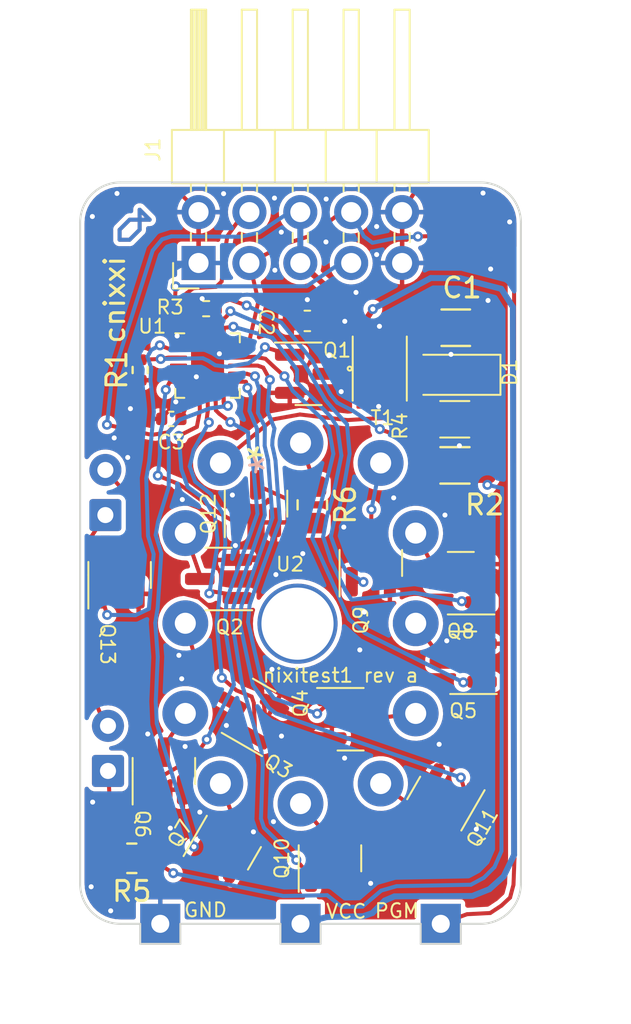
<source format=kicad_pcb>
(kicad_pcb (version 20211014) (generator pcbnew)
  (layers (0 "F.Cu" signal) (31 "B.Cu" signal) (34 "B.Paste" user) (35 "F.Paste" user) (36 "B.SilkS" user "B.Silkscreen") (37 "F.SilkS" user "F.Silkscreen") (38 "B.Mask" user) (39 "F.Mask" user) (44 "Edge.Cuts" user))
  (net 0 "")
  (net 1 "GND")
  (net 2 "Net-(D1-Pad2)")
  (net 3 "HVCTL")
  (net 4 "Net-(Q1-Pad3)")
  (net 5 "DIG_0")
  (net 6 "CATH0")
  (net 7 "DIG_1")
  (net 8 "CATH1")
  (net 9 "DIG_6")
  (net 10 "CATH6")
  (net 11 "DIG_7")
  (net 12 "CATH7")
  (net 13 "DIG_2")
  (net 14 "CATH2")
  (net 15 "DIG_3")
  (net 16 "CATH3")
  (net 17 "DIG_8")
  (net 18 "CATH8")
  (net 19 "DIG_9")
  (net 20 "CATH9")
  (net 21 "DIG_4")
  (net 22 "CATH4")
  (net 23 "DIG_5")
  (net 24 "CATH5")
  (net 25 "DIG_DOT")
  (net 26 "CATHDOT")
  (net 27 "DIG_AUX")
  (net 28 "CATHAUX")
  (net 29 "HVVMON")
  (net 30 "ANODE")
  (net 31 "HV")
  (net 32 "Net-(NE1-Pad1)")
  (net 33 "+5V")
  (net 34 "PGM")
  (net 35 "URX")
  (net 36 "UTX")
  (net 37 "Net-(NE2-Pad1)")
  (net 38 "Net-(Q12-Pad3)")
  (footprint "Package_TO_SOT_SMD:SOT-23" (layer "F.Cu") (at 98.12 81.97 180)
    (fp_text reference "Q5")
    (fp_text value "HVN")
  )
  (footprint "Package_TO_SOT_SMD:SOT-23" (layer "F.Cu") (at 93.51 76.99 90)
    (fp_text reference "Q9")
    (fp_text value "HVN")
  )
  (footprint "Package_TO_SOT_SMD:SOT-23" (layer "F.Cu") (at 87.78 74.03 90)
    (fp_text reference "Q12")
    (fp_text value "HVN")
  )
  (footprint "Package_TO_SOT_SMD:SOT-23" (layer "F.Cu") (at 80.97 77.59 90)
    (fp_text reference "Q13")
    (fp_text value "HVN")
  )
  (footprint "Package_TO_SOT_SMD:SOT-23" (layer "F.Cu") (at 83.18 87.37 90)
    (fp_text reference "Q6")
    (fp_text value "HVN")
  )
  (footprint "Flyback-ATB3225:Flyback-ATB3225" (layer "F.Cu") (at 93.955 67.29 -90)
    (fp_text reference "T1")
    (fp_text value "Flyback-ATB3225")
  )
  (footprint "Package_DFN_QFN:QFN-20-1EP_3x3mm_P0.4mm_EP1.65x1.65mm" (layer "F.Cu") (at 85.359999 67.14)
    (fp_text reference "U1")
    (fp_text value "CH32V003F4U6")
  )
  (footprint "Capacitor_SMD:C_1206_3216Metric" (layer "F.Cu") (at 97.75 65.25 180)
    (fp_text reference "C1")
    (fp_text value "220nF 250V")
  )
  (footprint "Package_TO_SOT_SMD:SOT-23" (layer "F.Cu") (at 92.5 84.79)
    (fp_text reference "Q4")
    (fp_text value "HVN")
  )
  (footprint "Resistor_SMD:R_0402_1005Metric" (layer "F.Cu") (at 82 67.36 90)
    (fp_text reference "R1")
    (fp_text value "10k")
  )
  (footprint "Package_TO_SOT_SMD:SOT-23" (layer "F.Cu") (at 85.91 77.79 180)
    (fp_text reference "Q2")
    (fp_text value "HVN")
  )
  (footprint "Package_TO_SOT_SMD:SOT-23" (layer "F.Cu") (at 90.4 67.55)
    (fp_text reference "Q1")
    (fp_text value "60V 3A")
  )
  (footprint "Resistor_SMD:R_0402_1005Metric" (layer "F.Cu") (at 85.29 64.3)
    (fp_text reference "R3")
    (fp_text value "10k")
  )
  (footprint "Resistor_SMD:R_0805_2012Metric" (layer "F.Cu") (at 90.59 74.09 -90)
    (fp_text reference "R6")
    (fp_text value "68kΩ 125mW")
  )
  (footprint "rawpad22:rawpad22" (layer "F.Cu") (at 90 95)
    (fp_text reference "J3" hide)
    (fp_text value "~" hide)
  )
  (footprint "Resistor_SMD:R_1206_3216Metric" (layer "F.Cu") (at 97.71 72.12)
    (fp_text reference "R2")
    (fp_text value "1M")
  )
  (footprint "neonglow:neonglow" (layer "F.Cu") (at 80.39 86.27 90)
    (fp_text reference "NE1" hide)
    (fp_text value "Lamp_Neon")
  )
  (footprint "Package_TO_SOT_SMD:SOT-23" (layer "F.Cu") (at 91.47 91.73 90)
    (fp_text reference "Q10")
    (fp_text value "HVN")
  )
  (footprint "Package_TO_SOT_SMD:SOT-23" (layer "F.Cu") (at 97 89 -120)
    (fp_text reference "Q11")
    (fp_text value "HVN")
  )
  (footprint "IN12-NIXIE:IN12-NIXIE" (layer "F.Cu") (at 90 80)
    (fp_text reference "U2")
    (fp_text value "IN12-NIXIETUBE")
  )
  (footprint "neonglow:neonglow" (layer "F.Cu") (at 80.26 73.5 90)
    (fp_text reference "NE2" hide)
    (fp_text value "Lamp_Neon")
  )
  (footprint "rawpad22:rawpad22" (layer "F.Cu") (at 97 95)
    (fp_text reference "J4" hide)
    (fp_text value "~" hide)
  )
  (footprint "rawpad22:rawpad22" (layer "F.Cu") (at 83 95)
    (fp_text reference "J2" hide)
    (fp_text value "~" hide)
  )
  (footprint "Connector_PinHeader_2.54mm:PinHeader_2x05_P2.54mm_Horizontal" (layer "F.Cu") (at 84.91 62.02 90)
    (fp_text reference "J1")
    (fp_text value "MSYS")
  )
  (footprint "Resistor_SMD:R_0805_2012Metric" (layer "F.Cu") (at 81.58 91.73 180)
    (fp_text reference "R5")
    (fp_text value "68kΩ 125mW")
  )
  (footprint "Capacitor_SMD:C_0603_1608Metric" (layer "F.Cu") (at 90.34 64.91 180)
    (fp_text reference "C2")
    (fp_text value "10uF 25V")
  )
  (footprint "Package_TO_SOT_SMD:SOT-23" (layer "F.Cu") (at 98 78 180)
    (fp_text reference "Q8")
    (fp_text value "HVN")
  )
  (footprint "Package_TO_SOT_SMD:SOT-23" (layer "F.Cu") (at 86.35 90.95 60)
    (fp_text reference "Q7")
    (fp_text value "HVN")
  )
  (footprint "Package_TO_SOT_SMD:SOT-23" (layer "F.Cu") (at 87.41 84.44 150)
    (fp_text reference "Q3")
    (fp_text value "HVN")
  )
  (footprint "Resistor_SMD:R_1206_3216Metric" (layer "F.Cu") (at 97.7 69.82 180)
    (fp_text reference "R4")
    (fp_text value "15kΩ 1206 1% 250mW")
  )
  (footprint "Diode_SMD:D_SOD-123F" (layer "F.Cu") (at 97.78 67.6 180)
    (fp_text reference "D1")
    (fp_text value "35ns 1A 400V" hide)
  )
  (footprint "Capacitor_SMD:C_0402_1005Metric" (layer "F.Cu") (at 83.55 69.8 180)
    (fp_text reference "C3")
    (fp_text value "100n")
  )
  (gr_line (start 84 95) (end 89 95) (layer "Edge.Cuts") (width 0.1))
  (gr_line (start 79 60) (end 79 93) (layer "Edge.Cuts") (width 0.1))
  (gr_line (start 96 96) (end 98 96) (layer "Edge.Cuts") (width 0.1))
  (gr_line (start 89 96) (end 91 96) (layer "Edge.Cuts") (width 0.1))
  (gr_arc (start 101 93) (mid 100.414214 94.414214) (end 99 95) (layer "Edge.Cuts") (width 0.1))
  (gr_line (start 82 95) (end 82 96) (layer "Edge.Cuts") (width 0.1))
  (gr_line (start 91 95) (end 96 95) (layer "Edge.Cuts") (width 0.1))
  (gr_line (start 101 93) (end 101 60) (layer "Edge.Cuts") (width 0.1))
  (gr_line (start 98 96) (end 98 95) (layer "Edge.Cuts") (width 0.1))
  (gr_line (start 91 96) (end 91 95) (layer "Edge.Cuts") (width 0.1))
  (gr_arc (start 81 95) (mid 79.585786 94.414214) (end 79 93) (layer "Edge.Cuts") (width 0.1))
  (gr_line (start 98 95) (end 99 95) (layer "Edge.Cuts") (width 0.1))
  (gr_line (start 81 95) (end 82 95) (layer "Edge.Cuts") (width 0.1))
  (gr_line (start 96 95) (end 96 96) (layer "Edge.Cuts") (width 0.1))
  (gr_line (start 89 95) (end 89 96) (layer "Edge.Cuts") (width 0.1))
  (gr_line (start 81 58) (end 99 58) (layer "Edge.Cuts") (width 0.1))
  (gr_line (start 84 96) (end 84 95) (layer "Edge.Cuts") (width 0.1))
  (gr_arc (start 79 60) (mid 79.585786 58.585786) (end 81 58) (layer "Edge.Cuts") (width 0.1))
  (gr_line (start 82 96) (end 84 96) (layer "Edge.Cuts") (width 0.1))
  (gr_arc (start 99 58) (mid 100.414214 58.585786) (end 101 60) (layer "Edge.Cuts") (width 0.1))
  (gr_text "*" (at 87.42 71.84 -120) (layer "B.SilkS") (effects (font (size 1.5 1.5)) (justify mirror)))
  (gr_text "GND" (at 85.26 94.31) (layer "F.SilkS") (effects (font (size 0.7 0.7) (thickness 0.1))))
  (gr_text "cnixxi" (at 80.72 63.86 90) (layer "F.SilkS") (effects (font (size 1 1))))
  (gr_text "*" (at 88.11 71.34 120) (layer "F.SilkS") (effects (font (size 1.5 1.5))))
  (gr_text "PGM" (at 94.81 94.35) (layer "F.SilkS") (effects (font (size 0.7 0.7) (thickness 0.1))))
  (gr_text "VCC" (at 92.28 94.38) (layer "F.SilkS") (effects (font (size 0.7 0.7) (thickness 0.1))))
  (gr_text "nixitest1 rev a" (at 92 82.6) (layer "F.SilkS") (effects (font (size 0.7 0.7) (thickness 0.1))))
  (segment (start 80.97 60.86) (end 80.97 60.36) (width 0.2) (layer "F.Cu") (net 0))
  (segment (start 81.97 59.36) (end 81.97 60.36) (width 0.2) (layer "F.Cu") (net 0))
  (segment (start 81.97 60.36) (end 81.47 60.86) (width 0.2) (layer "F.Cu") (net 0))
  (segment (start 81.47 59.86) (end 82.47 59.86) (width 0.2) (layer "F.Cu") (net 0))
  (segment (start 80.97 60.36) (end 81.47 59.86) (width 0.2) (layer "F.Cu") (net 0))
  (segment (start 81.47 60.86) (end 80.97 60.86) (width 0.2) (layer "F.Cu") (net 0))
  (segment (start 82.47 59.86) (end 81.97 59.36) (width 0.2) (layer "F.Cu") (net 0))
  (segment (start 80.97 60.36) (end 81.47 59.86) (width 0.2) (layer "B.Cu") (net 0))
  (segment (start 82.47 59.86) (end 81.97 59.36) (width 0.2) (layer "B.Cu") (net 0))
  (segment (start 81.97 59.36) (end 81.97 60.36) (width 0.2) (layer "B.Cu") (net 0))
  (segment (start 81.47 60.86) (end 80.97 60.86) (width 0.2) (layer "B.Cu") (net 0))
  (segment (start 80.97 60.86) (end 80.97 60.36) (width 0.2) (layer "B.Cu") (net 0))
  (segment (start 81.47 59.86) (end 82.47 59.86) (width 0.2) (layer "B.Cu") (net 0))
  (segment (start 81.97 60.36) (end 81.47 60.86) (width 0.2) (layer "B.Cu") (net 0))
  (segment (start 81.925 73.025) (end 81.475 72.5) (width 0.2) (layer "F.Cu") (net 1))
  (segment (start 91.307459 58.332541) (end 91.28 58.83) (width 0.2) (layer "F.Cu") (net 1))
  (segment (start 84.55 72.9) (end 85.5 73.55) (width 0.2) (layer "F.Cu") (net 1))
  (segment (start 88.44 76.71) (end 88.73 74.9675) (width 0.2) (layer "F.Cu") (net 1))
  (segment (start 89.925 69.125) (end 88.625 69.225) (width 0.2) (layer "F.Cu") (net 1))
  (segment (start 92.0025 85.74) (end 88.2875 84.99) (width 0.2) (layer "F.Cu") (net 1))
  (segment (start 85.5 73.55) (end 86.6 73.6) (width 0.2) (layer "F.Cu") (net 1))
  (segment (start 81.475 72.5) (end 81.6 72.1) (width 0.2) (layer "F.Cu") (net 1))
  (segment (start 97.61 79.51) (end 99.0575 81.02) (width 0.2) (layer "F.Cu") (net 1))
  (segment (start 83.77 58.32) (end 84.91 59.48) (width 0.2) (layer "F.Cu") (net 1))
  (segment (start 81.375 71.725) (end 81.728571 72.003571) (width 0.2) (layer "F.Cu") (net 1))
  (segment (start 82.475 71.875) (end 83.6 72.225) (width 0.2) (layer "F.Cu") (net 1))
  (segment (start 86.1 70.375) (end 85.35 70.6) (width 0.2) (layer "F.Cu") (net 1))
  (segment (start 85.35 70.6) (end 84.35 71.075) (width 0.2) (layer "F.Cu") (net 1))
  (segment (start 83.6 72.225) (end 84.55 72.9) (width 0.2) (layer "F.Cu") (net 1))
  (segment (start 86.8075 81.45) (end 87.98 82.51) (width 0.2) (layer "F.Cu") (net 1))
  (segment (start 92.42 92.6675) (end 99.5 90.5) (width 0.2) (layer "F.Cu") (net 1))
  (segment (start 81.92 78.5275) (end 83.29 78.6) (width 0.2) (layer "F.Cu") (net 1))
  (segment (start 83.9758 78.4758) (end 84.925 78.725) (width 0.2) (layer "F.Cu") (net 1))
  (segment (start 86.75 76.12) (end 85.975 75.75) (width 0.2) (layer "F.Cu") (net 1))
  (segment (start 91.307459 58.332541) (end 88.801628 58.328372) (width 0.2) (layer "F.Cu") (net 1))
  (segment (start 87.98 82.51) (end 88.2875 84.99) (width 0.2) (layer "F.Cu") (net 1))
  (segment (start 84.925 78.725) (end 85.525 79.225) (width 0.2) (layer "F.Cu") (net 1))
  (segment (start 83.29 78.6) (end 83.9758 78.4758) (width 0.2) (layer "F.Cu") (net 1))
  (segment (start 95.085 61.65) (end 95.085 59.11) (width 0.2) (layer "F.Cu") (net 1))
  (segment (start 85.25 74.475) (end 84.875 74.225) (width 0.2) (layer "F.Cu") (net 1))
  (segment (start 84.79 64.075) (end 85.09 63.8) (width 0.2) (layer "F.Cu") (net 1))
  (segment (start 85.975 75.75) (end 85.6 74.925) (width 0.2) (layer "F.Cu") (net 1))
  (segment (start 93.77 85.88) (end 92.0025 85.74) (width 0.2) (layer "F.Cu") (net 1))
  (segment (start 86.8875 76.72) (end 88.44 76.71) (width 0.2) (layer "F.Cu") (net 1))
  (segment (start 99.93 77.47) (end 98.9375 77.05) (width 0.2) (layer "F.Cu") (net 1))
  (segment (start 91.67 76.35) (end 93.05 77.02) (width 0.2) (layer "F.Cu") (net 1))
  (segment (start 89.565 64.91) (end 90.34 63.85) (width 0.2) (layer "F.Cu") (net 1))
  (segment (start 82.6 70.975) (end 81.575 70.8) (width 0.2) (layer "F.Cu") (net 1))
  (segment (start 81.575 70.8) (end 80.7 70.75) (width 0.2) (layer "F.Cu") (net 1))
  (segment (start 90.113482 76.523482) (end 91.67 76.35) (width 0.2) (layer "F.Cu") (net 1))
  (segment (start 86.525 70.525) (end 86.1 70.375) (width 0.2) (layer "F.Cu") (net 1))
  (segment (start 88.44 76.71) (end 90.113482 76.523482) (width 0.2) (layer "F.Cu") (net 1))
  (segment (start 84.875 74.225) (end 84.08 73.92) (width 0.2) (layer "F.Cu") (net 1))
  (segment (start 88.7 58.78) (end 88.801628 58.328372) (width 0.2) (layer "F.Cu") (net 1))
  (segment (start 96.5 78.72) (end 97.61 79.51) (width 0.2) (layer "F.Cu") (net 1))
  (segment (start 88.801628 58.328372) (end 83.77 58.32) (width 0.2) (layer "F.Cu") (net 1))
  (segment (start 84.8 67.7) (end 84.425 67.525) (width 0.2) (layer "F.Cu") (net 1))
  (segment (start 84.08 73.92) (end 82.9 74.45) (width 0.2) (layer "F.Cu") (net 1))
  (segment (start 95.946026 87.233101) (end 93.77 85.88) (width 0.2) (layer "F.Cu") (net 1))
  (segment (start 83.95 71.175) (end 82.6 70.975) (width 0.2) (layer "F.Cu") (net 1))
  (segment (start 81.6 72.1) (end 81.728571 72.003571) (width 0.2) (layer "F.Cu") (net 1))
  (segment (start 100.1 79.6) (end 99.93 77.47) (width 0.2) (layer "F.Cu") (net 1))
  (segment (start 84.925 61.65) (end 84.925 59.11) (width 0.2) (layer "F.Cu") (net 1))
  (segment (start 99.0575 81.02) (end 100.1 79.6) (width 0.2) (layer "F.Cu") (net 1))
  (segment (start 93.05 77.02) (end 93.95 77.9375) (width 0.2) (layer "F.Cu") (net 1))
  (segment (start 86.9 70.4) (end 86.525 70.525) (width 0.2) (layer "F.Cu") (net 1))
  (segment (start 81.9 71.875) (end 82.475 71.875) (width 0.2) (layer "F.Cu") (net 1))
  (segment (start 85.525 79.225) (end 86.8075 81.45) (width 0.2) (layer "F.Cu") (net 1))
  (segment (start 87.575 69.775) (end 86.9 70.4) (width 0.2) (layer "F.Cu") (net 1))
  (segment (start 93.95 77.9375) (end 96.5 78.72) (width 0.2) (layer "F.Cu") (net 1))
  (segment (start 95.79 58.34) (end 91.307459 58.332541) (width 0.2) (layer "F.Cu") (net 1))
  (segment (start 81.925 73.025) (end 83.52 73.28) (width 0.2) (layer "F.Cu") (net 1))
  (segment (start 85.359999 67.14) (end 85.95 66.55) (width 0.2) (layer "F.Cu") (net 1))
  (segment (start 88.625 69.225) (end 87.575 69.775) (width 0.2) (layer "F.Cu") (net 1))
  (segment (start 81.728571 72.003571) (end 81.9 71.875) (width 0.2) (layer "F.Cu") (net 1))
  (segment (start 82.76 75.32) (end 82.91 75.96) (width 0.2) (layer "F.Cu") (net 1))
  (segment (start 92.03 68.44) (end 89.925 69.125) (width 0.2) (layer "F.Cu") (net 1))
  (segment (start 99.27 87.01) (end 97.87 86.2) (width 0.2) (layer "F.Cu") (net 1))
  (segment (start 84.425 67.525) (end 83.909999 67.54) (width 0.2) (layer "F.Cu") (net 1))
  (segment (start 97.87 86.2) (end 95.946026 87.233101) (width 0.2) (layer "F.Cu") (net 1))
  (segment (start 99.5 90.5) (end 99.27 87.01) (width 0.2) (layer "F.Cu") (net 1))
  (segment (start 95.07 59.48) (end 95.79 58.34) (width 0.2) (layer "F.Cu") (net 1))
  (segment (start 84.35 71.075) (end 83.95 71.175) (width 0.2) (layer "F.Cu") (net 1))
  (segment (start 82.9 74.45) (end 82.76 75.32) (width 0.2) (layer "F.Cu") (net 1))
  (segment (start 82.91 75.96) (end 83.9758 78.4758) (width 0.2) (layer "F.Cu") (net 1))
  (segment (start 83.52 73.28) (end 84.08 73.92) (width 0.2) (layer "F.Cu") (net 1))
  (segment (start 85.6 74.925) (end 85.25 74.475) (width 0.2) (layer "F.Cu") (net 1))
  (segment (start 83.07 69.8) (end 83.775 68.95) (width 0.2) (layer "F.Cu") (net 1))
  (via (at 88.575 82.3) (size 0.5) (drill 0.25) (layers "F.Cu" "B.Cu") (net 1))
  (via (at 88.72 62.38) (size 0.5) (drill 0.25) (layers "F.Cu" "B.Cu") (net 1))
  (via (at 98.775 90.275) (size 0.5) (drill 0.25) (layers "F.Cu" "B.Cu") (net 1))
  (via (at 84.975 89.425) (size 0.5) (drill 0.25) (layers "F.Cu" "B.Cu") (net 1))
  (via (at 92.03 68.44) (size 0.5) (drill 0.25) (layers "F.Cu" "B.Cu") (net 1))
  (via (at 90.113482 76.523482) (size 0.5) (drill 0.25) (layers "F.Cu" "B.Cu") (net 1))
  (via (at 89.04 60.48) (size 0.5) (drill 0.25) (layers "F.Cu" "B.Cu") (net 1))
  (via (at 86.3 85.1) (size 0.5) (drill 0.25) (layers "F.Cu" "B.Cu") (net 1))
  (via (at 80.84 58.55) (size 0.5) (drill 0.25) (layers "F.Cu" "B.Cu") (net 1))
  (via (at 97.51 66.58) (size 0.5) (drill 0.25) (layers "F.Cu" "B.Cu") (net 1))
  (via (at 83.84 65.66) (size 0.5) (drill 0.25) (layers "F.Cu" "B.Cu") (net 1))
  (via (at 84.07 82.77) (size 0.5) (drill 0.25) (layers "F.Cu" "B.Cu") (net 1))
  (via (at 83.93 81.6) (size 0.5) (drill 0.25) (layers "F.Cu" "B.Cu") (net 1))
  (via (at 87.65 90.41) (size 0.5) (drill 0.25) (layers "F.Cu" "B.Cu") (net 1))
  (via (at 90.34 63.85) (size 0.5) (drill 0.25) (layers "F.Cu" "B.Cu") (net 1))
  (via (at 88.77 77.57) (size 0.5) (drill 0.25) (layers "F.Cu" "B.Cu") (net 1))
  (via (at 94.65 73.74) (size 0.5) (drill 0.25) (layers "F.Cu" "B.Cu") (net 1))
  (via (at 88.65 89.9) (size 0.5) (drill 0.25) (layers "F.Cu" "B.Cu") (net 1))
  (via (at 92.21 64.93) (size 0.5) (drill 0.25) (layers "F.Cu" "B.Cu") (net 1))
  (via (at 82.375 85.525) (size 0.5) (drill 0.25) (layers "F.Cu" "B.Cu") (net 1))
  (via (at 79.625 88.925) (size 0.5) (drill 0.25) (layers "F.Cu" "B.Cu") (net 1))
  (via (at 84.24 86.15) (size 0.5) (drill 0.25) (layers "F.Cu" "B.Cu") (net 1))
  (via (at 86.75 76.12) (size 0.5) (drill 0.25) (layers "F.Cu" "B.Cu") (net 1))
  (via (at 97.3 80.875) (size 0.5) (drill 0.25) (layers "F.Cu" "B.Cu") (net 1))
  (via (at 92.2 86.73) (size 0.5) (drill 0.25) (layers "F.Cu" "B.Cu") (net 1))
  (via (at 92.96 81.33) (size 0.5) (drill 0.25) (layers "F.Cu" "B.Cu") (net 1))
  (via (at 99.36 63.89) (size 0.5) (drill 0.25) (layers "F.Cu" "B.Cu") (net 1))
  (via (at 79.61 59.7) (size 0.5) (drill 0.25) (layers "F.Cu" "B.Cu") (net 1))
  (via (at 92.16 75.2) (size 0.5) (drill 0.25) (layers "F.Cu" "B.Cu") (net 1))
  (via (at 88.7 58.78) (size 0.5) (drill 0.25) (layers "F.Cu" "B.Cu") (net 1))
  (via (at 99.49 62.32) (size 0.5) (drill 0.25) (layers "F.Cu" "B.Cu") (net 1))
  (via (at 97.93 71.14) (size 0.5) (drill 0.25) (layers "F.Cu" "B.Cu") (net 1))
  (via (at 92.77 63.49) (size 0.5) (drill 0.25) (layers "F.Cu" "B.Cu") (net 1))
  (via (at 85.09 63.8) (size 0.5) (drill 0.25) (layers "F.Cu" "B.Cu") (net 1))
  (via (at 91.42 66.64) (size 0.5) (drill 0.25) (layers "F.Cu" "B.Cu") (net 1))
  (via (at 96.92 86.04) (size 0.5) (drill 0.25) (layers "F.Cu" "B.Cu") (net 1))
  (via (at 93.94 65.18) (size 0.5) (drill 0.25) (layers "F.Cu" "B.Cu") (net 1))
  (via (at 93.8 60.2) (size 0.5) (drill 0.25) (layers "F.Cu" "B.Cu") (net 1))
  (via (at 85.95 66.55) (size 0.5) (drill 0.25) (layers "F.Cu" "B.Cu") (net 1))
  (via (at 84.8 67.7) (size 0.5) (drill 0.25) (layers "F.Cu" "B.Cu") (net 1))
  (via (at 86.6 73.6) (size 0.5) (drill 0.25) (layers "F.Cu" "B.Cu") (net 1))
  (via (at 91.28 58.83) (size 0.5) (drill 0.25) (layers "F.Cu" "B.Cu") (net 1))
  (via (at 100.44 59.97) (size 0.5) (drill 0.25) (layers "F.Cu" "B.Cu") (net 1))
  (via (at 89.05 85.63) (size 0.5) (drill 0.25) (layers "F.Cu" "B.Cu") (net 1))
  (via (at 91.27 60.97) (size 0.5) (drill 0.25) (layers "F.Cu" "B.Cu") (net 1))
  (via (at 97.21 74.6) (size 0.5) (drill 0.25) (layers "F.Cu" "B.Cu") (net 1))
  (via (at 83.775 68.95) (size 0.5) (drill 0.25) (layers "F.Cu" "B.Cu") (net 1))
  (via (at 80.525 94.35) (size 0.5) (drill 0.25) (layers "F.Cu" "B.Cu") (net 1))
  (via (at 80.7 70.75) (size 0.5) (drill 0.25) (layers "F.Cu" "B.Cu") (net 1))
  (via (at 93.9 69.18) (size 0.5) (drill 0.25) (layers "F.Cu" "B.Cu") (net 1))
  (via (at 83.5 90.225) (size 0.5) (drill 0.25) (layers "F.Cu" "B.Cu") (net 1))
  (via (at 81.51 69.29) (size 0.5) (drill 0.25) (layers "F.Cu" "B.Cu") (net 1))
  (via (at 84.1 73.825) (size 0.5) (drill 0.25) (layers "F.Cu" "B.Cu") (net 1))
  (via (at 93.18 79.44) (size 0.5) (drill 0.25) (layers "F.Cu" "B.Cu") (net 1))
  (via (at 86.16 58.56) (size 0.5) (drill 0.25) (layers "F.Cu" "B.Cu") (net 1))
  (via (at 93.8 61.6) (size 0.5) (drill 0.25) (layers "F.Cu" "B.Cu") (net 1))
  (via (at 79.55 93.15) (size 0.5) (drill 0.25) (layers "F.Cu" "B.Cu") (net 1))
  (via (at 93.5 92.98) (size 0.5) (drill 0.25) (layers "F.Cu" "B.Cu") (net 1))
  (via (at 99.11 58.53) (size 0.5) (drill 0.25) (layers "F.Cu" "B.Cu") (net 1))
  (via (at 81.375 71.725) (size 0.5) (drill 0.25) (layers "F.Cu" "B.Cu") (net 1))
  (segment (start 97.31 58.34) (end 99.11 58.53) (width 0.2) (layer "B.Cu") (net 1))
  (segment (start 91.28 58.83) (end 91.305749 58.325749) (width 0.2) (layer "B.Cu") (net 1))
  (segment (start 83.575 63.725) (end 83.225 63.35) (width 0.2) (layer "B.Cu") (net 1))
  (segment (start 86.75 76.12) (end 86.6 73.6) (width 0.2) (layer "B.Cu") (net 1))
  (segment (start 87.33 63.6) (end 85.09 63.8) (width 0.2) (layer "B.Cu") (net 1))
  (segment (start 85.09 63.8) (end 83.575 63.725) (width 0.2) (layer "B.Cu") (net 1))
  (segment (start 80.7 70.75) (end 81.375 71.725) (width 0.2) (layer "B.Cu") (net 1))
  (segment (start 83.775 68.95) (end 84.8 67.7) (width 0.2) (layer "B.Cu") (net 1))
  (segment (start 91.305749 58.325749) (end 97.31 58.34) (width 0.2) (layer "B.Cu") (net 1))
  (segment (start 88.351263 58.318737) (end 88.7 58.78) (width 0.2) (layer "B.Cu") (net 1))
  (segment (start 90.34 63.85) (end 87.33 63.6) (width 0.2) (layer "B.Cu") (net 1))
  (segment (start 84.67 58.31) (end 88.351263 58.318737) (width 0.2) (layer "B.Cu") (net 1))
  (segment (start 83.375 62.525) (end 84.925 61.65) (width 0.2) (layer "B.Cu") (net 1))
  (segment (start 85.95 66.55) (end 85.09 63.8) (width 0.2) (layer "B.Cu") (net 1))
  (segment (start 80.84 58.55) (end 84.67 58.31) (width 0.2) (layer "B.Cu") (net 1))
  (segment (start 83.225 63.35) (end 83.375 62.525) (width 0.2) (layer "B.Cu") (net 1))
  (segment (start 88.351263 58.318737) (end 91.305749 58.325749) (width 0.2) (layer "B.Cu") (net 1))
  (segment (start 94.84 68.79) (end 95.57 67.82) (width 0.2) (layer "F.Cu") (net 2))
  (segment (start 95.57 67.82) (end 96.38 67.6) (width 0.2) (layer "F.Cu") (net 2))
  (segment (start 88.225 66.225) (end 89.4625 66.6) (width 0.2) (layer "F.Cu") (net 3))
  (segment (start 82 66.85) (end 83.02 66.81) (width 0.2) (layer "F.Cu") (net 3))
  (segment (start 83.41 66.74) (end 83.02 66.81) (width 0.2) (layer "F.Cu") (net 3))
  (segment (start 83.909999 66.74) (end 83.41 66.74) (width 0.2) (layer "F.Cu") (net 3))
  (via (at 88.225 66.225) (size 0.5) (drill 0.25) (layers "F.Cu" "B.Cu") (net 3))
  (via (at 83.02 66.81) (size 0.5) (drill 0.25) (layers "F.Cu" "B.Cu") (net 3))
  (segment (start 87.4 67.025) (end 87.925 66.65) (width 0.2) (layer "B.Cu") (net 3))
  (segment (start 86.325 67.2) (end 87.4 67.025) (width 0.2) (layer "B.Cu") (net 3))
  (segment (start 83.02 66.81) (end 85.125 66.775) (width 0.2) (layer "B.Cu") (net 3))
  (segment (start 85.4 66.9) (end 85.75 67.125) (width 0.2) (layer "B.Cu") (net 3))
  (segment (start 85.125 66.775) (end 85.4 66.9) (width 0.2) (layer "B.Cu") (net 3))
  (segment (start 87.925 66.65) (end 88.225 66.225) (width 0.2) (layer "B.Cu") (net 3))
  (segment (start 85.75 67.125) (end 86.325 67.2) (width 0.2) (layer "B.Cu") (net 3))
  (segment (start 92.64 68.31) (end 93.07 68.79) (width 0.2) (layer "F.Cu") (net 4))
  (segment (start 92.31 67.96) (end 92.64 68.31) (width 0.2) (layer "F.Cu") (net 4))
  (segment (start 91.3375 67.55) (end 92.31 67.96) (width 0.2) (layer "F.Cu") (net 4))
  (segment (start 85.66 78.42) (end 86.8875 78.62) (width 0.2) (layer "F.Cu") (net 5))
  (segment (start 84.825 70.2) (end 84.975 69.425) (width 0.2) (layer "F.Cu") (net 5))
  (segment (start 85.45 78.51) (end 85.66 78.42) (width 0.2) (layer "F.Cu") (net 5))
  (segment (start 83.925 70.65) (end 84.825 70.2) (width 0.2) (layer "F.Cu") (net 5))
  (segment (start 84.975 69.425) (end 84.959999 68.59) (width 0.2) (layer "F.Cu") (net 5))
  (via (at 83.925 70.65) (size 0.5) (drill 0.25) (layers "F.Cu" "B.Cu") (net 5))
  (via (at 85.45 78.51) (size 0.5) (drill 0.25) (layers "F.Cu" "B.Cu") (net 5))
  (segment (start 85.2 73.8) (end 84.37 73.2) (width 0.2) (layer "B.Cu") (net 5))
  (segment (start 85.73 74.69) (end 85.2 73.8) (width 0.2) (layer "B.Cu") (net 5))
  (segment (start 84.05 72.31) (end 83.925 70.65) (width 0.2) (layer "B.Cu") (net 5))
  (segment (start 85.87 75.99) (end 85.73 74.69) (width 0.2) (layer "B.Cu") (net 5))
  (segment (start 85.45 78.51) (end 85.87 75.99) (width 0.2) (layer "B.Cu") (net 5))
  (segment (start 84.37 73.2) (end 84.05 72.31) (width 0.2) (layer "B.Cu") (net 5))
  (segment (start 85.0125 77.67) (end 84.25 75.5) (width 0.2) (layer "F.Cu") (net 6))
  (segment (start 86.8075 83.35) (end 87.56 83.66) (width 0.2) (layer "F.Cu") (net 7))
  (segment (start 85.375 69.375) (end 85.359999 68.59) (width 0.2) (layer "F.Cu") (net 7))
  (segment (start 87.67 83.98) (end 87.746899 85.731474) (width 0.2) (layer "F.Cu") (net 7))
  (segment (start 87.56 83.66) (end 87.67 83.98) (width 0.2) (layer "F.Cu") (net 7))
  (segment (start 85.3 69.95) (end 85.375 69.375) (width 0.2) (layer "F.Cu") (net 7))
  (segment (start 86.075 82.725) (end 86.8075 83.35) (width 0.2) (layer "F.Cu") (net 7))
  (segment (start 85.425 69.975) (end 85.3 69.95) (width 0.2) (layer "F.Cu") (net 7))
  (via (at 86.075 82.725) (size 0.5) (drill 0.25) (layers "F.Cu" "B.Cu") (net 7))
  (via (at 85.425 69.975) (size 0.5) (drill 0.25) (layers "F.Cu" "B.Cu") (net 7))
  (segment (start 86.14 74.57) (end 86.25 76.02) (width 0.2) (layer "B.Cu") (net 7))
  (segment (start 85.81 79.98) (end 86.075 82.725) (width 0.2) (layer "B.Cu") (net 7))
  (segment (start 85.425 69.975) (end 84.67 71.34) (width 0.2) (layer "B.Cu") (net 7))
  (segment (start 84.47 72.17) (end 84.74 72.93) (width 0.2) (layer "B.Cu") (net 7))
  (segment (start 85.53 73.55) (end 86.14 74.57) (width 0.2) (layer "B.Cu") (net 7))
  (segment (start 84.67 71.34) (end 84.47 72.17) (width 0.2) (layer "B.Cu") (net 7))
  (segment (start 85.99 78.18) (end 85.94 78.83) (width 0.2) (layer "B.Cu") (net 7))
  (segment (start 84.74 72.93) (end 85.53 73.55) (width 0.2) (layer "B.Cu") (net 7))
  (segment (start 85.94 78.83) (end 85.81 79.98) (width 0.2) (layer "B.Cu") (net 7))
  (segment (start 86.25 76.02) (end 85.99 78.18) (width 0.2) (layer "B.Cu") (net 7))
  (segment (start 85.14 82.91) (end 84.9325 82.4) (width 0.2) (layer "F.Cu") (net 8))
  (segment (start 86.598101 83.97125) (end 85.14 82.91) (width 0.2) (layer "F.Cu") (net 8))
  (segment (start 84.9325 82.4) (end 84.25 80) (width 0.2) (layer "F.Cu") (net 8))
  (segment (start 87.86 67.14) (end 88.14 67.24) (width 0.2) (layer "F.Cu") (net 9))
  (segment (start 86.809999 67.14) (end 87.86 67.14) (width 0.2) (layer "F.Cu") (net 9))
  (segment (start 88.14 67.24) (end 88.47 67.85) (width 0.2) (layer "F.Cu") (net 9))
  (segment (start 90.83 84.51) (end 91.5625 83.84) (width 0.2) (layer "F.Cu") (net 9))
  (via (at 88.47 67.85) (size 0.5) (drill 0.25) (layers "F.Cu" "B.Cu") (net 9))
  (via (at 90.83 84.51) (size 0.5) (drill 0.25) (layers "F.Cu" "B.Cu") (net 9))
  (segment (start 87.46 79.07) (end 87.38 79.94) (width 0.2) (layer "B.Cu") (net 9))
  (segment (start 88.38 68.9) (end 88.35 69.42) (width 0.2) (layer "B.Cu") (net 9))
  (segment (start 88.04 82.86) (end 88.67 83.75) (width 0.2) (layer "B.Cu") (net 9))
  (segment (start 88.7 70.28) (end 88.6 70.84) (width 0.2) (layer "B.Cu") (net 9))
  (segment (start 88.47 67.85) (end 88.38 68.9) (width 0.2) (layer "B.Cu") (net 9))
  (segment (start 88.75 71.87) (end 88.97 74.88) (width 0.2) (layer "B.Cu") (net 9))
  (segment (start 88.35 69.42) (end 88.7 70.28) (width 0.2) (layer "B.Cu") (net 9))
  (segment (start 87.38 79.94) (end 88.04 82.86) (width 0.2) (layer "B.Cu") (net 9))
  (segment (start 88.97 74.88) (end 88.05 77.39) (width 0.2) (layer "B.Cu") (net 9))
  (segment (start 88.68 71.53) (end 88.75 71.87) (width 0.2) (layer "B.Cu") (net 9))
  (segment (start 88.67 83.75) (end 90.83 84.51) (width 0.2) (layer "B.Cu") (net 9))
  (segment (start 88.59 71.12) (end 88.68 71.53) (width 0.2) (layer "B.Cu") (net 9))
  (segment (start 88.05 77.39) (end 87.46 79.07) (width 0.2) (layer "B.Cu") (net 9))
  (segment (start 88.6 70.84) (end 88.59 71.12) (width 0.2) (layer "B.Cu") (net 9))
  (segment (start 93.4375 84.79) (end 95.75 84.5) (width 0.2) (layer "F.Cu") (net 10))
  (segment (start 88.25 66.8) (end 88.65 67.175) (width 0.2) (layer "F.Cu") (net 11))
  (segment (start 98.125 82.95) (end 99.0575 82.92) (width 0.2) (layer "F.Cu") (net 11))
  (segment (start 87.725 66.7) (end 88.25 66.8) (width 0.2) (layer "F.Cu") (net 11))
  (segment (start 88.65 67.175) (end 89.2 67.675) (width 0.2) (layer "F.Cu") (net 11))
  (segment (start 86.809999 66.74) (end 87.725 66.7) (width 0.2) (layer "F.Cu") (net 11))
  (via (at 98.125 82.95) (size 0.5) (drill 0.25) (layers "F.Cu" "B.Cu") (net 11))
  (via (at 89.2 67.675) (size 0.5) (drill 0.25) (layers "F.Cu" "B.Cu") (net 11))
  (segment (start 89.2 67.675) (end 89.61 68.4) (width 0.2) (layer "B.Cu") (net 11))
  (segment (start 91.15 69.87) (end 91.42 70.28) (width 0.2) (layer "B.Cu") (net 11))
  (segment (start 91.64 71.54) (end 90.59 75.76) (width 0.2) (layer "B.Cu") (net 11))
  (segment (start 89.61 68.4) (end 91.15 69.87) (width 0.2) (layer "B.Cu") (net 11))
  (segment (start 91.42 70.28) (end 91.64 71.54) (width 0.2) (layer "B.Cu") (net 11))
  (segment (start 92.425 79.8) (end 93.225 80.5) (width 0.2) (layer "B.Cu") (net 11))
  (segment (start 93.225 80.5) (end 98.125 82.95) (width 0.2) (layer "B.Cu") (net 11))
  (segment (start 90.59 75.76) (end 92.425 79.8) (width 0.2) (layer "B.Cu") (net 11))
  (segment (start 95.75 80) (end 97.1825 81.97) (width 0.2) (layer "F.Cu") (net 12))
  (segment (start 85.95 69.55) (end 85.775 69.375) (width 0.2) (layer "F.Cu") (net 13))
  (segment (start 85.32 85.8) (end 84.72 86.68) (width 0.2) (layer "F.Cu") (net 13))
  (segment (start 86.5 69.96) (end 85.95 69.55) (width 0.2) (layer "F.Cu") (net 13))
  (segment (start 85.775 69.375) (end 85.759999 68.59) (width 0.2) (layer "F.Cu") (net 13))
  (segment (start 84.72 86.68) (end 83.03 87.66) (width 0.2) (layer "F.Cu") (net 13))
  (segment (start 83.03 87.66) (end 82.09 88.2675) (width 0.2) (layer "F.Cu") (net 13))
  (via (at 85.32 85.8) (size 0.5) (drill 0.25) (layers "F.Cu" "B.Cu") (net 13))
  (via (at 86.5 69.96) (size 0.5) (drill 0.25) (layers "F.Cu" "B.Cu") (net 13))
  (segment (start 86.675 83.075) (end 86.2 80.025) (width 0.2) (layer "B.Cu") (net 13))
  (segment (start 87.42 71.17) (end 87.38 70.46) (width 0.2) (layer "B.Cu") (net 13))
  (segment (start 85.32 85.8) (end 86.675 83.075) (width 0.2) (layer "B.Cu") (net 13))
  (segment (start 87.38 70.46) (end 86.5 69.96) (width 0.2) (layer "B.Cu") (net 13))
  (segment (start 87.61 71.81) (end 87.42 71.17) (width 0.2) (layer "B.Cu") (net 13))
  (segment (start 86.275 79.475) (end 86.3 78.87) (width 0.2) (layer "B.Cu") (net 13))
  (segment (start 87.85 74.54) (end 87.61 71.81) (width 0.2) (layer "B.Cu") (net 13))
  (segment (start 86.3 78.87) (end 87.85 74.54) (width 0.2) (layer "B.Cu") (net 13))
  (segment (start 86.2 80.025) (end 86.275 79.475) (width 0.2) (layer "B.Cu") (net 13))
  (segment (start 83.04 86.3925) (end 84.25 84.5) (width 0.2) (layer "F.Cu") (net 14))
  (segment (start 84.68 91.15) (end 85.058526 91.286899) (width 0.2) (layer "F.Cu") (net 15))
  (segment (start 86.175 69.2) (end 86.159999 68.59) (width 0.2) (layer "F.Cu") (net 15))
  (segment (start 86.375 69.15) (end 86.175 69.2) (width 0.2) (layer "F.Cu") (net 15))
  (via (at 86.375 69.15) (size 0.5) (drill 0.25) (layers "F.Cu" "B.Cu") (net 15))
  (via (at 84.68 91.15) (size 0.5) (drill 0.25) (layers "F.Cu" "B.Cu") (net 15))
  (segment (start 82.87 79.22) (end 82.75 79.98) (width 0.2) (layer "B.Cu") (net 15))
  (segment (start 82.89 74.93) (end 82.77 75.59) (width 0.2) (layer "B.Cu") (net 15))
  (segment (start 82.875 81.675) (end 82.775 83.9) (width 0.2) (layer "B.Cu") (net 15))
  (segment (start 82.825 85) (end 84.68 91.15) (width 0.2) (layer "B.Cu") (net 15))
  (segment (start 83.42 73.2) (end 82.89 74.93) (width 0.2) (layer "B.Cu") (net 15))
  (segment (start 83.43 71.18) (end 83.42 73.2) (width 0.2) (layer "B.Cu") (net 15))
  (segment (start 82.775 83.9) (end 82.825 85) (width 0.2) (layer "B.Cu") (net 15))
  (segment (start 83.38 70.5) (end 83.43 71.18) (width 0.2) (layer "B.Cu") (net 15))
  (segment (start 83.95 69.85) (end 83.38 70.5) (width 0.2) (layer "B.Cu") (net 15))
  (segment (start 82.75 79.98) (end 82.875 81.675) (width 0.2) (layer "B.Cu") (net 15))
  (segment (start 85.475 69.275) (end 83.95 69.85) (width 0.2) (layer "B.Cu") (net 15))
  (segment (start 86.375 69.15) (end 85.475 69.275) (width 0.2) (layer "B.Cu") (net 15))
  (segment (start 82.77 75.59) (end 83.05 76.51) (width 0.2) (layer "B.Cu") (net 15))
  (segment (start 83.05 76.51) (end 82.87 79.22) (width 0.2) (layer "B.Cu") (net 15))
  (segment (start 86.81875 90.138101) (end 86 88) (width 0.2) (layer "F.Cu") (net 16))
  (segment (start 86.17 65.26) (end 86.159999 65.69) (width 0.2) (layer "F.Cu") (net 17))
  (segment (start 86.65 65.2) (end 86.17 65.26) (width 0.2) (layer "F.Cu") (net 17))
  (segment (start 98.05 78.9) (end 98.9375 78.95) (width 0.2) (layer "F.Cu") (net 17))
  (via (at 86.65 65.2) (size 0.5) (drill 0.25) (layers "F.Cu" "B.Cu") (net 17))
  (via (at 98.05 78.9) (size 0.5) (drill 0.25) (layers "F.Cu" "B.Cu") (net 17))
  (segment (start 86.65 65.2) (end 88.6 65.75) (width 0.2) (layer "B.Cu") (net 17))
  (segment (start 91.52 76.89) (end 92.25 78.375) (width 0.2) (layer "B.Cu") (net 17))
  (segment (start 92.55 78.825) (end 95.675 78.475) (width 0.2) (layer "B.Cu") (net 17))
  (segment (start 95.675 78.475) (end 98.05 78.9) (width 0.2) (layer "B.Cu") (net 17))
  (segment (start 92.04 71.63) (end 91.63 73.61) (width 0.2) (layer "B.Cu") (net 17))
  (segment (start 91.5 69.69) (end 91.84 70.21) (width 0.2) (layer "B.Cu") (net 17))
  (segment (start 91.63 73.61) (end 91.3 74.74) (width 0.2) (layer "B.Cu") (net 17))
  (segment (start 91.3 74.74) (end 91.13 75.69) (width 0.2) (layer "B.Cu") (net 17))
  (segment (start 91.84 70.21) (end 92.04 71.63) (width 0.2) (layer "B.Cu") (net 17))
  (segment (start 88.6 65.75) (end 89.825 67.35) (width 0.2) (layer "B.Cu") (net 17))
  (segment (start 92.25 78.375) (end 92.55 78.825) (width 0.2) (layer "B.Cu") (net 17))
  (segment (start 89.825 67.35) (end 89.825 67.975) (width 0.2) (layer "B.Cu") (net 17))
  (segment (start 89.825 67.975) (end 90.93 69.09) (width 0.2) (layer "B.Cu") (net 17))
  (segment (start 90.93 69.09) (end 91.5 69.69) (width 0.2) (layer "B.Cu") (net 17))
  (segment (start 91.13 75.69) (end 91.52 76.89) (width 0.2) (layer "B.Cu") (net 17))
  (segment (start 95.75 75.5) (end 97.0625 78) (width 0.2) (layer "F.Cu") (net 18))
  (segment (start 93.14 77.94) (end 92.56 77.9275) (width 0.2) (layer "F.Cu") (net 19))
  (segment (start 85.93 65) (end 86.12 64.85) (width 0.2) (layer "F.Cu") (net 19))
  (segment (start 85.75 65.15) (end 85.93 65) (width 0.2) (layer "F.Cu") (net 19))
  (segment (start 86.31 64.68) (end 86.5 64.425) (width 0.2) (layer "F.Cu") (net 19))
  (segment (start 85.759999 65.69) (end 85.75 65.15) (width 0.2) (layer "F.Cu") (net 19))
  (segment (start 86.12 64.85) (end 86.31 64.68) (width 0.2) (layer "F.Cu") (net 19))
  (via (at 86.5 64.425) (size 0.5) (drill 0.25) (layers "F.Cu" "B.Cu") (net 19))
  (via (at 93.14 77.94) (size 0.5) (drill 0.25) (layers "F.Cu" "B.Cu") (net 19))
  (segment (start 92.45 71.54) (end 92.32 70.07) (width 0.2) (layer "B.Cu") (net 19))
  (segment (start 92.26 77.39) (end 91.87 76.64) (width 0.2) (layer "B.Cu") (net 19))
  (segment (start 91.52 75.67) (end 91.66 74.99) (width 0.2) (layer "B.Cu") (net 19))
  (segment (start 90.2 67.075) (end 88.825 65.425) (width 0.2) (layer "B.Cu") (net 19))
  (segment (start 92.32 70.07) (end 91.63 69.31) (width 0.2) (layer "B.Cu") (net 19))
  (segment (start 90.6 67.76) (end 90.2 67.075) (width 0.2) (layer "B.Cu") (net 19))
  (segment (start 91.96 74.12) (end 92.21 72.92) (width 0.2) (layer "B.Cu") (net 19))
  (segment (start 91.87 76.64) (end 91.52 75.67) (width 0.2) (layer "B.Cu") (net 19))
  (segment (start 91.25 68.87) (end 90.6 67.76) (width 0.2) (layer "B.Cu") (net 19))
  (segment (start 91.63 69.31) (end 91.25 68.87) (width 0.2) (layer "B.Cu") (net 19))
  (segment (start 91.66 74.99) (end 91.96 74.12) (width 0.2) (layer "B.Cu") (net 19))
  (segment (start 93.14 77.94) (end 92.26 77.39) (width 0.2) (layer "B.Cu") (net 19))
  (segment (start 92.21 72.92) (end 92.45 71.54) (width 0.2) (layer "B.Cu") (net 19))
  (segment (start 88.825 65.425) (end 86.5 64.425) (width 0.2) (layer "B.Cu") (net 19))
  (segment (start 93.51 76.0525) (end 93.54 74.32) (width 0.2) (layer "F.Cu") (net 20))
  (via (at 93.54 74.32) (size 0.5) (drill 0.25) (layers "F.Cu" "B.Cu") (net 20))
  (segment (start 93.54 74.32) (end 94 72) (width 0.2) (layer "B.Cu") (net 20))
  (segment (start 86.809999 67.94) (end 87.275 67.95) (width 0.2) (layer "F.Cu") (net 21))
  (segment (start 87.275 67.95) (end 87.35 68.25) (width 0.2) (layer "F.Cu") (net 21))
  (segment (start 89.79 91.81) (end 90.52 92.6675) (width 0.2) (layer "F.Cu") (net 21))
  (via (at 89.79 91.81) (size 0.5) (drill 0.25) (layers "F.Cu" "B.Cu") (net 21))
  (via (at 87.35 68.25) (size 0.5) (drill 0.25) (layers "F.Cu" "B.Cu") (net 21))
  (segment (start 86.65 79.2) (end 86.74 78.9) (width 0.2) (layer "B.Cu") (net 21))
  (segment (start 87.99 71.9) (end 87.84 71.14) (width 0.2) (layer "B.Cu") (net 21))
  (segment (start 87.45 69.4) (end 87.525 68.675) (width 0.2) (layer "B.Cu") (net 21))
  (segment (start 87.525 68.675) (end 87.35 68.25) (width 0.2) (layer "B.Cu") (net 21))
  (segment (start 87.83 70.3) (end 87.45 69.4) (width 0.2) (layer "B.Cu") (net 21))
  (segment (start 88.22 74.6) (end 87.99 71.9) (width 0.2) (layer "B.Cu") (net 21))
  (segment (start 86.74 78.9) (end 88.22 74.6) (width 0.2) (layer "B.Cu") (net 21))
  (segment (start 89.79 91.81) (end 88.175 90.2) (width 0.2) (layer "B.Cu") (net 21))
  (segment (start 88.175 90.2) (end 88.025 89.75) (width 0.2) (layer "B.Cu") (net 21))
  (segment (start 86.6 80.025) (end 86.65 79.2) (width 0.2) (layer "B.Cu") (net 21))
  (segment (start 87.84 71.14) (end 87.83 70.3) (width 0.2) (layer "B.Cu") (net 21))
  (segment (start 88.05 86.4) (end 87.075 83.025) (width 0.2) (layer "B.Cu") (net 21))
  (segment (start 88.12 87.05) (end 88.05 86.4) (width 0.2) (layer "B.Cu") (net 21))
  (segment (start 88.025 89.75) (end 88.12 87.05) (width 0.2) (layer "B.Cu") (net 21))
  (segment (start 87.075 83.025) (end 86.6 80.025) (width 0.2) (layer "B.Cu") (net 21))
  (segment (start 91.47 90.7925) (end 90 89) (width 0.2) (layer "F.Cu") (net 22))
  (segment (start 87.325 67.55) (end 87.725 67.675) (width 0.2) (layer "F.Cu") (net 23))
  (segment (start 86.809999 67.54) (end 87.325 67.55) (width 0.2) (layer "F.Cu") (net 23))
  (segment (start 98 87.7) (end 98.291474 88.663101) (width 0.2) (layer "F.Cu") (net 23))
  (via (at 98 87.7) (size 0.5) (drill 0.25) (layers "F.Cu" "B.Cu") (net 23))
  (via (at 87.725 67.675) (size 0.5) (drill 0.25) (layers "F.Cu" "B.Cu") (net 23))
  (segment (start 87.925 68.3) (end 87.9 68.85) (width 0.2) (layer "B.Cu") (net 23))
  (segment (start 87.9 68.85) (end 87.875 69.5) (width 0.2) (layer "B.Cu") (net 23))
  (segment (start 87.875 69.5) (end 88.22 70.18) (width 0.2) (layer "B.Cu") (net 23))
  (segment (start 87.725 67.675) (end 87.925 68.3) (width 0.2) (layer "B.Cu") (net 23))
  (segment (start 88.22 70.18) (end 88.21 71.14) (width 0.2) (layer "B.Cu") (net 23))
  (segment (start 88.775 84.5) (end 98 87.7) (width 0.2) (layer "B.Cu") (net 23))
  (segment (start 87.625 83.075) (end 88.425 84.225) (width 0.2) (layer "B.Cu") (net 23))
  (segment (start 88.6 74.73) (end 87.05 79.125) (width 0.2) (layer "B.Cu") (net 23))
  (segment (start 88.425 84.225) (end 88.775 84.5) (width 0.2) (layer "B.Cu") (net 23))
  (segment (start 86.975 80) (end 87.625 83.075) (width 0.2) (layer "B.Cu") (net 23))
  (segment (start 88.38 71.86) (end 88.6 74.73) (width 0.2) (layer "B.Cu") (net 23))
  (segment (start 88.21 71.14) (end 88.38 71.86) (width 0.2) (layer "B.Cu") (net 23))
  (segment (start 87.05 79.125) (end 86.975 80) (width 0.2) (layer "B.Cu") (net 23))
  (segment (start 95.83125 89.331899) (end 96.53125 89.811899) (width 0.2) (layer "F.Cu") (net 24))
  (segment (start 94 88) (end 95.83125 89.331899) (width 0.2) (layer "F.Cu") (net 24))
  (segment (start 85.85 74.45) (end 86.51 74.82) (width 0.2) (layer "F.Cu") (net 25))
  (segment (start 83.975 73.075) (end 85.85 74.45) (width 0.2) (layer "F.Cu") (net 25))
  (segment (start 86.51 74.82) (end 86.83 74.9675) (width 0.2) (layer "F.Cu") (net 25))
  (segment (start 82.879536 72.630464) (end 83.975 73.075) (width 0.2) (layer "F.Cu") (net 25))
  (segment (start 83.275 68.35) (end 83.475 67.95) (width 0.2) (layer "F.Cu") (net 25))
  (segment (start 83.475 67.95) (end 83.909999 67.94) (width 0.2) (layer "F.Cu") (net 25))
  (via (at 83.275 68.35) (size 0.5) (drill 0.25) (layers "F.Cu" "B.Cu") (net 25))
  (via (at 82.879536 72.630464) (size 0.5) (drill 0.25) (layers "F.Cu" "B.Cu") (net 25))
  (segment (start 82.879536 72.630464) (end 82.98 71.64) (width 0.2) (layer "B.Cu") (net 25))
  (segment (start 83.14 69.95) (end 83.175 69.15) (width 0.2) (layer "B.Cu") (net 25))
  (segment (start 83.175 69.15) (end 83.275 68.35) (width 0.2) (layer "B.Cu") (net 25))
  (segment (start 82.99 70.52) (end 83.14 69.95) (width 0.2) (layer "B.Cu") (net 25))
  (segment (start 82.98 71.64) (end 82.99 70.52) (width 0.2) (layer "B.Cu") (net 25))
  (segment (start 90.71 73.0275) (end 90 71) (width 0.2) (layer "F.Cu") (net 26))
  (segment (start 80.35 79.58) (end 80.02 78.5275) (width 0.2) (layer "F.Cu") (net 27))
  (segment (start 83.909999 66.34) (end 83.53 66.34) (width 0.2) (layer "F.Cu") (net 27))
  (segment (start 83.53 66.34) (end 82.98 66.13) (width 0.2) (layer "F.Cu") (net 27))
  (via (at 80.35 79.58) (size 0.5) (drill 0.25) (layers "F.Cu" "B.Cu") (net 27))
  (via (at 82.98 66.13) (size 0.5) (drill 0.25) (layers "F.Cu" "B.Cu") (net 27))
  (segment (start 82.39 75.64) (end 82.67 76.55) (width 0.2) (layer "B.Cu") (net 27))
  (segment (start 82.675 69.45) (end 82.64 68.96) (width 0.2) (layer "B.Cu") (net 27))
  (segment (start 82.64 68.96) (end 82.51 67.87) (width 0.2) (layer "B.Cu") (net 27))
  (segment (start 82.55 67.27) (end 82.36 66.7) (width 0.2) (layer "B.Cu") (net 27))
  (segment (start 82.55 66.36) (end 82.36 66.7) (width 0.2) (layer "B.Cu") (net 27))
  (segment (start 82.675 69.45) (end 82.45 71.89) (width 0.2) (layer "B.Cu") (net 27))
  (segment (start 82.43 79.28) (end 81.76 79.6) (width 0.2) (layer "B.Cu") (net 27))
  (segment (start 82.45 71.89) (end 82.3 72.77) (width 0.2) (layer "B.Cu") (net 27))
  (segment (start 82.98 66.13) (end 82.55 66.36) (width 0.2) (layer "B.Cu") (net 27))
  (segment (start 82.51 67.87) (end 82.55 67.27) (width 0.2) (layer "B.Cu") (net 27))
  (segment (start 81.76 79.6) (end 80.35 79.58) (width 0.2) (layer "B.Cu") (net 27))
  (segment (start 82.3 72.77) (end 82.39 75.64) (width 0.2) (layer "B.Cu") (net 27))
  (segment (start 82.67 76.55) (end 82.43 79.28) (width 0.2) (layer "B.Cu") (net 27))
  (segment (start 81.4 75.52) (end 81.4 73.65) (width 0.2) (layer "F.Cu") (net 28))
  (segment (start 81.4 73.65) (end 80.26 72.35) (width 0.2) (layer "F.Cu") (net 28))
  (segment (start 80.97 76.6525) (end 81.4 75.52) (width 0.2) (layer "F.Cu") (net 28))
  (segment (start 94.79 70.62) (end 96.2475 72.12) (width 0.2) (layer "F.Cu") (net 29))
  (segment (start 86.475 63.85) (end 85.81 64.075) (width 0.2) (layer "F.Cu") (net 29))
  (segment (start 87.31 64.14) (end 86.475 63.85) (width 0.2) (layer "F.Cu") (net 29))
  (segment (start 85.5 64.525) (end 85.375 65.1) (width 0.2) (layer "F.Cu") (net 29))
  (segment (start 85.81 64.075) (end 85.5 64.525) (width 0.2) (layer "F.Cu") (net 29))
  (segment (start 93.96 70.31) (end 94.79 70.62) (width 0.2) (layer "F.Cu") (net 29))
  (segment (start 85.375 65.1) (end 85.359999 65.69) (width 0.2) (layer "F.Cu") (net 29))
  (via (at 87.31 64.14) (size 0.5) (drill 0.25) (layers "F.Cu" "B.Cu") (net 29))
  (via (at 93.96 70.31) (size 0.5) (drill 0.25) (layers "F.Cu" "B.Cu") (net 29))
  (segment (start 89.05 65) (end 87.31 64.14) (width 0.2) (layer "B.Cu") (net 29))
  (segment (start 93.96 70.31) (end 92.62 69.4) (width 0.2) (layer "B.Cu") (net 29))
  (segment (start 91.5 68.59) (end 90.95 67.58) (width 0.2) (layer "B.Cu") (net 29))
  (segment (start 90.6 66.9) (end 89.05 65) (width 0.2) (layer "B.Cu") (net 29))
  (segment (start 91.83 68.99) (end 91.5 68.59) (width 0.2) (layer "B.Cu") (net 29))
  (segment (start 90.95 67.58) (end 90.6 66.9) (width 0.2) (layer "B.Cu") (net 29))
  (segment (start 92.62 69.4) (end 91.83 68.99) (width 0.2) (layer "B.Cu") (net 29))
  (segment (start 88.625 69.825) (end 89.97 69.58) (width 0.2) (layer "F.Cu") (net 30))
  (segment (start 94.29 69.76) (end 93.62 69.78) (width 0.2) (layer "F.Cu") (net 30))
  (segment (start 86 72) (end 88.625 69.825) (width 0.2) (layer "F.Cu") (net 30))
  (segment (start 89.97 69.58) (end 92.34 69.86) (width 0.2) (layer "F.Cu") (net 30))
  (segment (start 93.62 69.78) (end 92.34 69.86) (width 0.2) (layer "F.Cu") (net 30))
  (segment (start 96.2375 69.82) (end 94.29 69.76) (width 0.2) (layer "F.Cu") (net 30))
  (segment (start 99.1725 72.12) (end 99.1625 69.82) (width 0.2) (layer "F.Cu") (net 31))
  (segment (start 99.1625 69.82) (end 99.18 67.6) (width 0.2) (layer "F.Cu") (net 31))
  (segment (start 99.18 67.6) (end 99.225 65.25) (width 0.2) (layer "F.Cu") (net 31))
  (segment (start 82.4925 91.73) (end 83.65 92.47) (width 0.2) (layer "F.Cu") (net 31))
  (via (at 99.33 73.09) (size 0.5) (drill 0.25) (layers "F.Cu" "B.Cu") (net 31))
  (via (at 83.65 92.47) (size 0.5) (drill 0.25) (layers "F.Cu" "B.Cu") (net 31))
  (segment (start 100.06 73.26) (end 99.33 73.09) (width 0.2) (layer "B.Cu") (net 31))
  (segment (start 99.15 92.7) (end 99.68 92.17) (width 0.2) (layer "B.Cu") (net 31))
  (segment (start 92.07 94.16) (end 93.1 94.14) (width 0.2) (layer "B.Cu") (net 31))
  (segment (start 93.1 94.14) (end 93.29 93.97) (width 0.2) (layer "B.Cu") (net 31))
  (segment (start 94.8 93.12) (end 98.5 93.05) (width 0.2) (layer "B.Cu") (net 31))
  (segment (start 98.5 93.05) (end 99.15 92.7) (width 0.2) (layer "B.Cu") (net 31))
  (segment (start 83.65 92.47) (end 89.14 93.61) (width 0.2) (layer "B.Cu") (net 31))
  (segment (start 99.68 92.17) (end 100.03 91.37) (width 0.2) (layer "B.Cu") (net 31))
  (segment (start 94.03 93.34) (end 94.8 93.12) (width 0.2) (layer "B.Cu") (net 31))
  (segment (start 93.29 93.97) (end 94.03 93.34) (width 0.2) (layer "B.Cu") (net 31))
  (segment (start 100.03 91.37) (end 100.06 73.26) (width 0.2) (layer "B.Cu") (net 31))
  (segment (start 91.33 93.57) (end 92.07 94.16) (width 0.2) (layer "B.Cu") (net 31))
  (segment (start 89.14 93.61) (end 91.33 93.57) (width 0.2) (layer "B.Cu") (net 31))
  (segment (start 80.6675 91.73) (end 80.39 87.37) (width 0.2) (layer "F.Cu") (net 32))
  (segment (start 82.575 70.6) (end 83.375 70.475) (width 0.2) (layer "F.Cu") (net 33))
  (segment (start 93.215 64.93) (end 93.61 64.32) (width 0.3) (layer "F.Cu") (net 33))
  (segment (start 91.556504 63.433496) (end 89.99 62.02) (width 0.3) (layer "F.Cu") (net 33))
  (segment (start 93.215 64.93) (end 91.556504 63.433496) (width 0.3) (layer "F.Cu") (net 33))
  (segment (start 83.375 70.475) (end 84.03 69.8) (width 0.2) (layer "F.Cu") (net 33))
  (segment (start 91.115 64.91) (end 91.556504 63.433496) (width 0.3) (layer "F.Cu") (net 33))
  (segment (start 93.07 65.79) (end 93.215 64.93) (width 0.3) (layer "F.Cu") (net 33))
  (segment (start 94.84 65.79) (end 93.07 65.79) (width 0.3) (layer "F.Cu") (net 33))
  (segment (start 80.34 70.09) (end 82.575 70.6) (width 0.2) (layer "F.Cu") (net 33))
  (segment (start 84.559999 68.59) (end 84.03 69.8) (width 0.2) (layer "F.Cu") (net 33))
  (via (at 80.34 70.09) (size 0.5) (drill 0.25) (layers "F.Cu" "B.Cu") (net 33))
  (via (at 93.61 64.32) (size 0.5) (drill 0.25) (layers "F.Cu" "B.Cu") (net 33))
  (segment (start 99.43 93.27) (end 100.14 92.63) (width 0.3) (layer "B.Cu") (net 33))
  (segment (start 90 95) (end 91.32 94.66) (width 0.3) (layer "B.Cu") (net 33))
  (segment (start 82.62 61.4) (end 80.575 67.85) (width 0.2) (layer "B.Cu") (net 33))
  (segment (start 98.58 93.61) (end 99.43 93.27) (width 0.3) (layer "B.Cu") (net 33))
  (segment (start 91.32 94.66) (end 93.14 94.62) (width 0.3) (layer "B.Cu") (net 33))
  (segment (start 90.005 59.11) (end 87.94 60.5) (width 0.2) (layer "B.Cu") (net 33))
  (segment (start 100.66 91.56) (end 100.600803 64.220803) (width 0.3) (layer "B.Cu") (net 33))
  (segment (start 97.17 93.62) (end 98.58 93.61) (width 0.3) (layer "B.Cu") (net 33))
  (segment (start 83.09 60.84) (end 82.62 61.4) (width 0.2) (layer "B.Cu") (net 33))
  (segment (start 100.02 63.31) (end 97.97 62.78) (width 0.3) (layer "B.Cu") (net 33))
  (segment (start 95.88 93.62) (end 97.17 93.62) (width 0.3) (layer "B.Cu") (net 33))
  (segment (start 100.14 92.63) (end 100.66 91.56) (width 0.3) (layer "B.Cu") (net 33))
  (segment (start 89.99 62.02) (end 89.99 59.48) (width 0.3) (layer "B.Cu") (net 33))
  (segment (start 93.14 94.62) (end 93.59 94.46) (width 0.3) (layer "B.Cu") (net 33))
  (segment (start 94.69 93.63) (end 95.88 93.62) (width 0.3) (layer "B.Cu") (net 33))
  (segment (start 97.97 62.78) (end 96.5 62.77) (width 0.3) (layer "B.Cu") (net 33))
  (segment (start 87.94 60.5) (end 87.01 60.71) (width 0.2) (layer "B.Cu") (net 33))
  (segment (start 96.5 62.77) (end 93.61 64.32) (width 0.3) (layer "B.Cu") (net 33))
  (segment (start 94.2 93.84) (end 94.69 93.63) (width 0.3) (layer "B.Cu") (net 33))
  (segment (start 100.600803 64.220803) (end 100.02 63.31) (width 0.3) (layer "B.Cu") (net 33))
  (segment (start 87.01 60.71) (end 83.56 60.69) (width 0.2) (layer "B.Cu") (net 33))
  (segment (start 93.59 94.46) (end 94.2 93.84) (width 0.3) (layer "B.Cu") (net 33))
  (segment (start 80.575 67.85) (end 80.34 70.09) (width 0.2) (layer "B.Cu") (net 33))
  (segment (start 83.56 60.69) (end 83.09 60.84) (width 0.2) (layer "B.Cu") (net 33))
  (segment (start 89.29 61.05) (end 90.47 60.67) (width 0.2) (layer "F.Cu") (net 34))
  (segment (start 86.809999 66.34) (end 87.35 66.325) (width 0.2) (layer "F.Cu") (net 34))
  (segment (start 87.35 66.325) (end 87.8 64.375) (width 0.2) (layer "F.Cu") (net 34))
  (segment (start 99.47 94.46) (end 100.03 94.09) (width 0.2) (layer "F.Cu") (net 34))
  (segment (start 100.68 91.75) (end 100.66 62.73) (width 0.2) (layer "F.Cu") (net 34))
  (segment (start 87.45 62.02) (end 89.29 61.05) (width 0.2) (layer "F.Cu") (net 34))
  (segment (start 87.9 63.925) (end 87.45 62.02) (width 0.2) (layer "F.Cu") (net 34))
  (segment (start 87.8 64.375) (end 87.9 63.925) (width 0.2) (layer "F.Cu") (net 34))
  (segment (start 100.63 93.05) (end 100.68 91.75) (width 0.2) (layer "F.Cu") (net 34))
  (segment (start 98.31 94.52) (end 99.47 94.46) (width 0.2) (layer "F.Cu") (net 34))
  (segment (start 97.95 60.63) (end 95.86 60.7) (width 0.2) (layer "F.Cu") (net 34))
  (segment (start 90.47 60.67) (end 92.545 59.11) (width 0.2) (layer "F.Cu") (net 34))
  (segment (start 100.46 93.69) (end 100.63 93.05) (width 0.2) (layer "F.Cu") (net 34))
  (segment (start 100.49 61.63) (end 99.97 61.1) (width 0.2) (layer "F.Cu") (net 34))
  (segment (start 97 95) (end 98.31 94.52) (width 0.2) (layer "F.Cu") (net 34))
  (segment (start 99.97 61.1) (end 97.95 60.63) (width 0.2) (layer "F.Cu") (net 34))
  (segment (start 100.66 62.73) (end 100.49 61.63) (width 0.2) (layer "F.Cu") (net 34))
  (segment (start 100.03 94.09) (end 100.46 93.69) (width 0.2) (layer "F.Cu") (net 34))
  (via (at 95.86 60.7) (size 0.5) (drill 0.25) (layers "F.Cu" "B.Cu") (net 34))
  (segment (start 93.16 60.69) (end 92.53 59.48) (width 0.2) (layer "B.Cu") (net 34))
  (segment (start 94.62 60.8) (end 93.59 61.01) (width 0.2) (layer "B.Cu") (net 34))
  (segment (start 95.86 60.7) (end 94.62 60.8) (width 0.2) (layer "B.Cu") (net 34))
  (segment (start 93.59 61.01) (end 93.16 60.69) (width 0.2) (layer "B.Cu") (net 34))
  (segment (start 84.47 64.91) (end 84.27 64.83) (width 0.2) (layer "F.Cu") (net 35))
  (segment (start 84.13 63.73) (end 84.29 63.55) (width 0.2) (layer "F.Cu") (net 35))
  (segment (start 86.35 60.675) (end 87.465 59.11) (width 0.2) (layer "F.Cu") (net 35))
  (segment (start 84.27 64.83) (end 84.16 64.73) (width 0.2) (layer "F.Cu") (net 35))
  (segment (start 84.65 63.275) (end 85.79 63.21) (width 0.2) (layer "F.Cu") (net 35))
  (segment (start 84.96 65.19) (end 84.73 65.02) (width 0.2) (layer "F.Cu") (net 35))
  (segment (start 86.06 62.95) (end 86.25 61.3) (width 0.2) (layer "F.Cu") (net 35))
  (segment (start 86.25 61.3) (end 86.35 60.675) (width 0.2) (layer "F.Cu") (net 35))
  (segment (start 84.73 65.02) (end 84.47 64.91) (width 0.2) (layer "F.Cu") (net 35))
  (segment (start 84.29 63.55) (end 84.65 63.275) (width 0.2) (layer "F.Cu") (net 35))
  (segment (start 84.959999 65.69) (end 84.96 65.19) (width 0.2) (layer "F.Cu") (net 35))
  (segment (start 84.16 64.73) (end 84.13 64.33) (width 0.2) (layer "F.Cu") (net 35))
  (segment (start 85.79 63.21) (end 86.06 62.95) (width 0.2) (layer "F.Cu") (net 35))
  (segment (start 84.13 64.33) (end 84.13 63.73) (width 0.2) (layer "F.Cu") (net 35))
  (segment (start 84.08 65.17) (end 84.55 65.35) (width 0.2) (layer "F.Cu") (net 36))
  (segment (start 83.85 64.92) (end 84.08 65.17) (width 0.2) (layer "F.Cu") (net 36))
  (segment (start 84.55 65.35) (end 84.559999 65.69) (width 0.2) (layer "F.Cu") (net 36))
  (segment (start 83.72 64.12) (end 83.76 64.66) (width 0.2) (layer "F.Cu") (net 36))
  (segment (start 83.76 64.66) (end 83.85 64.92) (width 0.2) (layer "F.Cu") (net 36))
  (segment (start 83.77 63.19) (end 83.72 64.12) (width 0.2) (layer "F.Cu") (net 36))
  (via (at 83.77 63.19) (size 0.5) (drill 0.25) (layers "F.Cu" "B.Cu") (net 36))
  (segment (start 83.77 63.19) (end 90.31 63.18) (width 0.2) (layer "B.Cu") (net 36))
  (segment (start 90.31 63.18) (end 92.545 61.65) (width 0.2) (layer "B.Cu") (net 36))
  (segment (start 79.33 82.82) (end 80.25 85.125) (width 0.2) (layer "F.Cu") (net 37))
  (segment (start 79.43 78.45) (end 79.33 82.82) (width 0.2) (layer "F.Cu") (net 37))
  (segment (start 79.37 75.97) (end 79.43 78.45) (width 0.2) (layer "F.Cu") (net 37))
  (segment (start 80.26 74.6) (end 79.37 75.97) (width 0.2) (layer "F.Cu") (net 37))
  (segment (start 90.59 75.0025) (end 89.42 73.84) (width 0.2) (layer "F.Cu") (net 38))
  (segment (start 89.42 73.84) (end 87.78 73.0925) (width 0.2) (layer "F.Cu") (net 38))
  (zone (net 1) (net_name "GND") (layers F&B.Cu) (connect_pads (clearance 0.22)) (min_thickness 0.22) (fill yes (thermal_gap 0.22) (thermal_bridge_width 0.22))
    (polygon (pts (xy 105 100) (xy 75 100) (xy 75 55) (xy 105 55)))
  )
)
</source>
